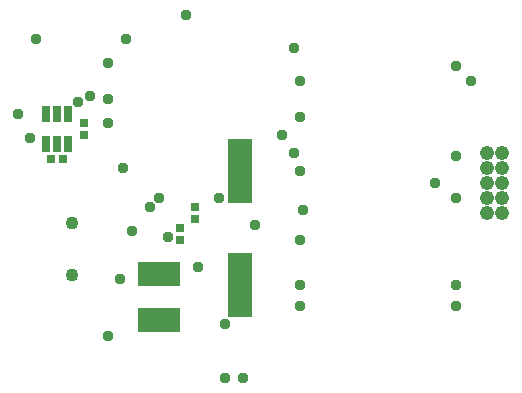
<source format=gbs>
G75*
%MOIN*%
%OFA0B0*%
%FSLAX25Y25*%
%IPPOS*%
%LPD*%
%AMOC8*
5,1,8,0,0,1.08239X$1,22.5*
%
%ADD10R,0.03162X0.03162*%
%ADD11C,0.04343*%
%ADD12R,0.14186X0.08280*%
%ADD13R,0.08400X0.21800*%
%ADD14R,0.02965X0.05524*%
%ADD15C,0.04769*%
%ADD16C,0.03778*%
D10*
X0088772Y0060531D03*
X0088772Y0064469D03*
X0093772Y0067531D03*
X0093772Y0071469D03*
X0056772Y0095531D03*
X0056772Y0099469D03*
X0049741Y0087500D03*
X0045804Y0087500D03*
D11*
X0052772Y0066161D03*
X0052772Y0048839D03*
D12*
X0081772Y0049177D03*
X0081772Y0033823D03*
D13*
X0108772Y0045500D03*
X0108772Y0083500D03*
D14*
X0051512Y0092382D03*
X0047772Y0092382D03*
X0044032Y0092382D03*
X0044032Y0102618D03*
X0047772Y0102618D03*
X0051512Y0102618D03*
D15*
X0191233Y0089598D03*
X0196233Y0089598D03*
X0196233Y0084598D03*
X0196233Y0079598D03*
X0191233Y0079598D03*
X0191233Y0084598D03*
X0191233Y0074598D03*
X0191233Y0069598D03*
X0196233Y0069598D03*
X0196233Y0074598D03*
D16*
X0064772Y0028500D03*
X0068772Y0047500D03*
X0084772Y0061500D03*
X0072772Y0063500D03*
X0078772Y0071500D03*
X0081772Y0074500D03*
X0069772Y0084500D03*
X0064772Y0099500D03*
X0064772Y0107500D03*
X0058772Y0108500D03*
X0054772Y0106500D03*
X0064772Y0119500D03*
X0070772Y0127500D03*
X0090772Y0135500D03*
X0126772Y0124500D03*
X0128772Y0113500D03*
X0128772Y0101500D03*
X0122772Y0095500D03*
X0126772Y0089500D03*
X0128772Y0083500D03*
X0129772Y0070500D03*
X0128772Y0060500D03*
X0113772Y0065500D03*
X0101772Y0074531D03*
X0094772Y0051500D03*
X0103772Y0032500D03*
X0103772Y0014500D03*
X0109772Y0014500D03*
X0128772Y0038500D03*
X0128772Y0045500D03*
X0180772Y0045500D03*
X0180772Y0038500D03*
X0180772Y0074500D03*
X0173772Y0079500D03*
X0180772Y0088500D03*
X0185772Y0113500D03*
X0180772Y0118500D03*
X0040772Y0127500D03*
X0034772Y0102500D03*
X0038772Y0094500D03*
M02*

</source>
